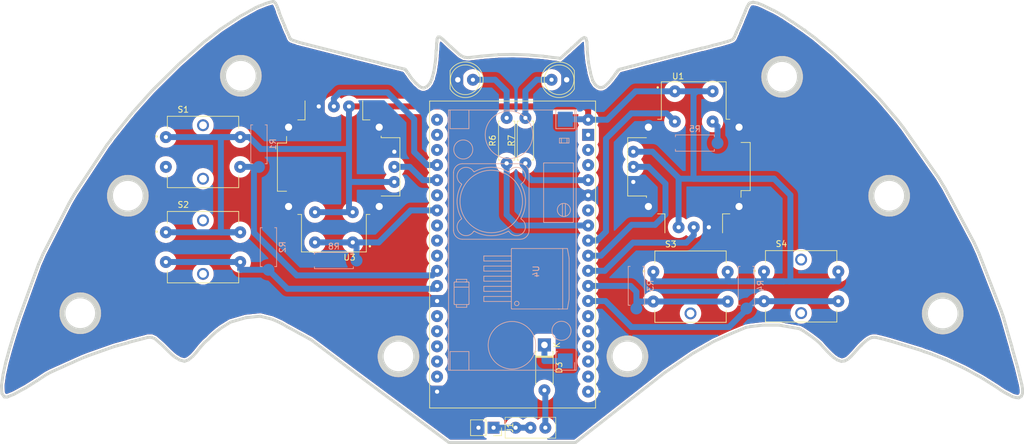
<source format=kicad_pcb>
(kicad_pcb (version 20240108) (generator "pcbnew") (generator_version "8.0")
  (layers (0 "F.Cu" signal) (31 "B.Cu" signal) (34 "B.Paste" user) (35 "F.Paste" user) (36 "B.SilkS" user "B.Silkscreen") (37 "F.SilkS" user "F.Silkscreen") (38 "B.Mask" user) (39 "F.Mask" user) (44 "Edge.Cuts" user))
  (net 0 "")
  (net 1 "1")
  (net 2 "GND")
  (net 3 "2")
  (net 6 "Net-(D3-K)")
  (net 15 "Net-(D3-A)")
  (net 28 "But_2")
  (net 29 "Y1")
  (net 30 "Net-(J1-Pin_1)")
  (net 31 "X1")
  (net 32 "Y2")
  (net 33 "X2")
  (net 34 "3")
  (net 35 "4")
  (net 36 "But_1")
  (net 37 "+5V")
  (net 38 "Net-(D1-A)")
  (net 39 "Net-(D2-A)")
  (net 40 "Led_1")
  (net 41 "Led_2")
  (footprint "Button B3F-4055:SW_B3F-4055" (layer "F.Cu") (at 189.71 71.39)
    (property "Reference" "S4")
    (property "Value" "~" (hide yes))
  )
  (footprint "Joystick:XDCR_COM-09032" (layer "F.Cu") (at 111.15 51.3 180)
    (property "Reference" "U3")
    (property "Value" "Right" (hide yes))
  )
  (footprint "Button B3F-4055:SW_B3F-4055" (layer "F.Cu") (at 171.11 71.44)
    (property "Reference" "S3")
    (property "Value" "~")
  )
  (footprint "Connector_PinSocket_2.54mm:PinSocket_1x02_P2.54mm_Vertical" (layer "F.Cu") (at 138 95.16 -90)
    (property "Reference" "J1")
    (property "Value" "~" (hide yes))
  )
  (footprint "Button B3F-4055:SW_B3F-4055" (layer "F.Cu") (at 89.15 64.8)
    (property "Reference" "S2")
    (property "Value" "~" (hide yes))
  )
  (footprint "Joystick:XDCR_COM-09032" (layer "F.Cu") (at 171.65 51.3)
    (property "Reference" "U1")
    (property "Value" "Left" (hide yes))
  )
  (footprint "ESP32-DEVKITC-32D:MODULE_ESP32-DEVKITC-32D" (layer "F.Cu") (at 141.2 69.34 180)
    (property "Reference" "U2" (hide yes))
    (property "Value" "ESP32-DEVKITC-32D")
  )
  (footprint "SW ss12d00:SS12D00" (layer "F.Cu") (at 144.2 95.16)
    (property "Reference" "S5" (hide yes))
    (property "Value" "EG1218" (hide yes))
  )
  (footprint "LED_THT:LED_D5.0mm" (layer "F.Cu") (at 150.285 36.66 180)
    (property "Reference" "D2" (hide yes))
    (property "Value" "LED")
  )
  (footprint "Resistor_THT:R_Axial_DIN0207_L6.3mm_D2.5mm_P7.62mm_Horizontal" (layer "F.Cu") (at 140.2 50.7 90)
    (property "Reference" "R6")
    (property "Value" "330")
  )
  (footprint "LED_THT:LED_D5.0mm" (layer "F.Cu") (at 131.985 36.66)
    (property "Reference" "D1" (hide yes))
    (property "Value" "LED")
  )
  (footprint "Button B3F-4055:SW_B3F-4055" (layer "F.Cu") (at 89.15 48.8)
    (property "Reference" "S1")
    (property "Value" "~" (hide yes))
  )
  (footprint "Diode_THT:D_DO-41_SOD81_P7.62mm_Horizontal" (layer "F.Cu") (at 146.55 81.24 -90)
    (property "Reference" "D3")
    (property "Value" "1N4007")
  )
  (footprint "Resistor_THT:R_Axial_DIN0207_L6.3mm_D2.5mm_P7.62mm_Horizontal" (layer "F.Cu") (at 143.35 50.7 90)
    (property "Reference" "R7")
    (property "Value" "330")
  )
  (footprint "Resistor_THT:R_Axial_DIN0207_L6.3mm_D2.5mm_P7.62mm_Horizontal" (layer "B.Cu") (at 175.65 47.3 180)
    (property "Reference" "R5")
    (property "Value" "10k")
  )
  (footprint "Resistor_THT:R_Axial_DIN0207_L6.3mm_D2.5mm_P7.62mm_Horizontal" (layer "B.Cu") (at 98.55 51.32 90)
    (property "Reference" "R1")
    (property "Value" "10k")
  )
  (footprint "Resistor_THT:R_Axial_DIN0207_L6.3mm_D2.5mm_P7.62mm_Horizontal" (layer "B.Cu") (at 114.96 67.05 180)
    (property "Reference" "R8")
    (property "Value" "10k")
  )
  (footprint "Resistor_THT:R_Axial_DIN0207_L6.3mm_D2.5mm_P7.62mm_Horizontal" (layer "B.Cu") (at 100.15 68.61 90)
    (property "Reference" "R2")
    (property "Value" "10k")
  )
  (footprint "Resistor_THT:R_Axial_DIN0207_L6.3mm_D2.5mm_P7.62mm_Horizontal" (layer "B.Cu") (at 180.51 75.11 90)
    (property "Reference" "R4")
    (property "Value" "10k")
  )
  (footprint "Footprints:YAAJ_DCDC_StepDown_LM2596" (layer "B.Cu") (at 150.05 83.94 90)
    (property "Reference" "U4")
    (property "Value" "LM2596")
  )
  (footprint "Resistor_THT:R_Axial_DIN0207_L6.3mm_D2.5mm_P7.62mm_Horizontal" (layer "B.Cu") (at 162.01 75.11 90)
    (property "Reference" "R3")
    (property "Value" "10k")
  )
  (gr_line (start 89.685193 30.026267) (end 89.430858 30.195815) (stroke (width 0.5)) (layer "Edge.Cuts"))
  (gr_line (start 155.13235 37.528955) (end 155.089969 37.486566) (stroke (width 0.5)) (layer "Edge.Cuts"))
  (gr_line (start 223.377134 88.903278) (end 223.504293 88.988056) (stroke (width 0.5)) (layer "Edge.Cuts"))
  (gr_line (start 115.01 86.16) (end 130.51 97.66) (stroke (width 0.5)) (layer "Edge.Cuts"))
  (gr_line (start 146.56996 32.7391) (end 146.358023 32.696711) (stroke (width 0.5)) (layer "Edge.Cuts"))
  (gr_line (start 179.632643 26.847162) (end 179.590262 26.93194) (stroke (width 0.5)) (layer "Edge.Cuts"))
  (gr_line (start 180.310867 25.19403) (end 179.67504 26.677606) (stroke (width 0.5)) (layer "Edge.Cuts"))
  (gr_line (start 181.073837 23.752836) (end 180.989075 23.837606) (stroke (width 0.5)) (layer "Edge.Cuts"))
  (gr_line (start 177.51324 30.153434) (end 177.428478 30.195815) (stroke (width 0.5)) (layer "Edge.Cuts"))
  (gr_line (start 153.648774 30.153434) (end 153.521599 29.687163) (stroke (width 0.5)) (layer "Edge.Cuts"))
  (gr_line (start 126.393251 37.995218) (end 126.350862 37.995218) (stroke (width 0.5)) (layer "Edge.Cuts"))
  (gr_line (start 127.02907 37.571344) (end 126.732355 37.82567) (stroke (width 0.5)) (layer "Edge.Cuts"))
  (gr_line (start 204.005776 80.383277) (end 204.090554 80.425666) (stroke (width 0.5)) (layer "Edge.Cuts"))
  (gr_line (start 130.801613 31.085968) (end 130.674438 31.00119) (stroke (width 0.5)) (layer "Edge.Cuts"))
  (gr_line (start 153.521599 29.687163) (end 153.224884 29.559995) (stroke (width 0.5)) (layer "Edge.Cuts"))
  (gr_line (start 123.129368 34.900892) (end 123.08698 34.900892) (stroke (width 0.5)) (layer "Edge.Cuts"))
  (gr_line (start 127.961605 35.282385) (end 127.919216 35.367163) (stroke (width 0.5)) (layer "Edge.Cuts"))
  (gr_line (start 119.356834 33.968358) (end 119.01773 33.883579) (stroke (width 0.5)) (layer "Edge.Cuts"))
  (gr_line (start 223.801008 76.865068) (end 223.673849 76.441186) (stroke (width 0.5)) (layer "Edge.Cuts"))
  (gr_line (start 63.489371 85.851341) (end 68.872657 83.435222) (stroke (width 0.5)) (layer "Edge.Cuts"))
  (gr_line (start 62.260113 65.92895) (end 61.87862 66.819103) (stroke (width 0.5)) (layer "Edge.Cuts"))
  (gr_line (start 155.768177 37.952829) (end 155.513843 37.82567) (stroke (width 0.5)) (layer "Edge.Cuts"))
  (gr_line (start 163.737121 33.714023) (end 161.3634 34.349851) (stroke (width 0.5)) (layer "Edge.Cuts"))
  (gr_line (start 123.553251 35.494322) (end 123.383695 35.197607) (stroke (width 0.5)) (layer "Edge.Cuts"))
  (gr_line (start 119.01773 33.883579) (end 118.593847 33.756412) (stroke (width 0.5)) (layer "Edge.Cuts"))
  (gr_line (start 158.947282 35.028059) (end 158.947282 35.070448) (stroke (width 0.5)) (layer "Edge.Cuts"))
  (gr_line (start 201.901548 79.946893) (end 202.225486 79.959403) (stroke (width 0.5)) (layer "Edge.Cuts"))
  (gr_line (start 101.341909 23.795225) (end 101.087575 23.540891) (stroke (width 0.5)) (layer "Edge.Cuts"))
  (gr_line (start 152.165182 30.365371) (end 152.165182 30.40776) (stroke (width 0.5)) (layer "Edge.Cuts"))
  (gr_line (start 141.186675 32.399996) (end 140.974737 32.399996) (stroke (width 0.5)) (layer "Edge.Cuts"))
  (gr_line (start 74.171164 81.527757) (end 74.595038 81.40059) (stroke (width 0.5)) (layer "Edge.Cuts"))
  (gr_line (start 55.266085 88.097902) (end 55.350863 89.411938) (stroke (width 0.5)) (layer "Edge.Cuts"))
  (gr_line (start 55.85952 89.962979) (end 56.198624 90.005368) (stroke (width 0.5)) (layer "Edge.Cuts"))
  (gr_line (start 127.919216 35.451941) (end 127.66489 36.342086) (stroke (width 0.5)) (layer "Edge.Cuts"))
  (gr_line (start 152.207579 30.365371) (end 152.165182 30.365371) (stroke (width 0.5)) (layer "Edge.Cuts"))
  (gr_line (start 83.954909 82.899979) (end 84.209235 83.111916) (stroke (width 0.5)) (layer "Edge.Cuts"))
  (gr_line (start 89.049365 30.534919) (end 85.446387 33.714023) (stroke (width 0.5)) (layer "Edge.Cuts"))
  (gr_line (start 156.700703 37.740892) (end 156.403988 37.910448) (stroke (width 0.5)) (layer "Edge.Cuts"))
  (gr_line (start 157.251753 37.232232) (end 156.785481 37.656114) (stroke (width 0.5)) (layer "Edge.Cuts"))
  (gr_line (start 74.595038 81.40059) (end 74.764594 81.358208) (stroke (width 0.5)) (layer "Edge.Cuts"))
  (gr_line (start 148.774141 32.993426) (end 147.883996 32.908656) (stroke (width 0.5)) (layer "Edge.Cuts"))
  (gr_line (start 203.158028 80.17134) (end 204.005776 80.383277) (stroke (width 0.5)) (layer "Edge.Cuts"))
  (gr_line (start 98.501909 24.303877) (end 98.035637 24.515814) (stroke (width 0.5)) (layer "Edge.Cuts"))
  (gr_line (start 152.504294 30.068656) (end 152.419517 30.153434) (stroke (width 0.5)) (layer "Edge.Cuts"))
  (gr_line (start 124.485785 36.72358) (end 124.443396 36.681191) (stroke (width 0.5)) (layer "Edge.Cuts"))
  (gr_line (start 89.430858 30.195815) (end 89.049365 30.534919) (stroke (width 0.5)) (layer "Edge.Cuts"))
  (gr_line (start 80.571754 38.503879) (end 77.350268 42.106865) (stroke (width 0.5)) (layer "Edge.Cuts"))
  (gr_line (start 105.87743 30.534919) (end 105.156832 30.322982) (stroke (width 0.5)) (layer "Edge.Cuts"))
  (gr_line (start 176.707872 30.40776) (end 175.944886 30.619697) (stroke (width 0.5)) (layer "Edge.Cuts"))
  (gr_line (start 104.012353 29.941489) (end 103.842805 29.814321) (stroke (width 0.5)) (layer "Edge.Cuts"))
  (gr_line (start 226.810557 87.928354) (end 226.089967 84.961187) (stroke (width 0.5)) (layer "Edge.Cuts"))
  (gr_line (start 178.403401 29.644773) (end 178.276226 29.814321) (stroke (width 0.5)) (layer "Edge.Cuts"))
  (gr_line (start 102.910262 27.737308) (end 102.910262 27.652538) (stroke (width 0.5)) (layer "Edge.Cuts"))
  (gr_line (start 153.224884 29.559995) (end 152.843391 29.771941) (stroke (width 0.5)) (layer "Edge.Cuts"))
  (gr_line (start 87.430728 83.154305) (end 88.066547 82.433708) (stroke (width 0.5)) (layer "Edge.Cuts"))
  (gr_line (start 125.079215 37.359399) (end 125.036834 37.31701) (stroke (width 0.5)) (layer "Edge.Cuts"))
  (gr_line (start 56.580117 81.994028) (end 55.986683 84.15582) (stroke (width 0.5)) (layer "Edge.Cuts"))
  (gr_line (start 57.173547 80.001784) (end 56.580117 81.994028) (stroke (width 0.5)) (layer "Edge.Cuts"))
  (gr_line (start 224.987869 81.019104) (end 223.801008 76.865068) (stroke (width 0.5)) (layer "Edge.Cuts"))
  (gr_line (start 200.589838 80.565473) (end 200.961836 80.297492) (stroke (width 0.5)) (layer "Edge.Cuts"))
  (gr_line (start 103.715638 29.602385) (end 103.715638 29.559995) (stroke (width 0.5)) (layer "Edge.Cuts"))
  (gr_line (start 76.332948 80.934326) (end 76.502504 80.891937) (stroke (width 0.5)) (layer "Edge.Cuts"))
  (gr_line (start 214.009361 83.731938) (end 217.146084 85.173132) (stroke (width 0.5)) (layer "Edge.Cuts"))
  (gr_line (start 200.961836 80.297492) (end 201.471047 80.026466) (stroke (width 0.5)) (layer "Edge.Cuts"))
  (gr_line (start 81.076489 80.20978) (end 81.962673 80.992513) (stroke (width 0.5)) (layer "Edge.Cuts"))
  (gr_line (start 150.596829 31.848955) (end 150.512051 31.891343) (stroke (width 0.5)) (layer "Edge.Cuts"))
  (gr_line (start 125.969369 37.995218) (end 125.587876 37.82567) (stroke (width 0.5)) (layer "Edge.Cuts"))
  (gr_line (start 179.208768 27.822086) (end 179.166387 27.906864) (stroke (width 0.5)) (layer "Edge.Cuts"))
  (gr_line (start 179.67504 26.677606) (end 179.632643 26.847162) (stroke (width 0.5)) (layer "Edge.Cuts"))
  (gr_line (start 151.147878 31.297905) (end 151.105481 31.340294) (stroke (width 0.5)) (layer "Edge.Cuts"))
  (gr_line (start 143.687571 32.484774) (end 141.441009 32.399996) (stroke (width 0.5)) (layer "Edge.Cuts"))
  (gr_line (start 171.197428 31.806565) (end 171.070269 31.848955) (stroke (width 0.5)) (layer "Edge.Cuts"))
  (gr_line (start 103.334145 28.712239) (end 103.291756 28.627461) (stroke (width 0.5)) (layer "Edge.Cuts"))
  (gr_line (start 66.626086 57.408949) (end 62.260113 65.92895) (stroke (width 0.5)) (layer "Edge.Cuts"))
  (gr_line (start 136.10012 32.696711) (end 135.888167 32.696711) (stroke (width 0.5)) (layer "Edge.Cuts"))
  (gr_line (start 199.674306 81.416395) (end 199.843862 81.289228) (stroke (width 0.5)) (layer "Edge.Cuts"))
  (gr_line (start 132.412347 32.527163) (end 132.369967 32.484774) (stroke (width 0.5)) (layer "Edge.Cuts"))
  (gr_line (start 101.596235 24.303877) (end 101.341909 23.795225) (stroke (width 0.5)) (layer "Edge.Cuts"))
  (gr_line (start 156.403988 37.910448) (end 156.361607 37.910448) (stroke (width 0.5)) (layer "Edge.Cuts"))
  (gr_line (start 102.359221 26.380891) (end 101.977728 25.405968) (stroke (width 0.5)) (layer "Edge.Cuts"))
  (gr_line (start 178.276226 29.814321) (end 178.233845 29.856711) (stroke (width 0.5)) (layer "Edge.Cuts"))
  (gr_line (start 153.691155 30.322982) (end 153.648774 30.153434) (stroke (width 0.5)) (layer "Edge.Cuts"))
  (gr_line (start 186.329964 25.702683) (end 185.143103 25.024474) (stroke (width 0.5)) (layer "Edge.Cuts"))
  (gr_line (start 127.368174 37.105073) (end 127.368174 37.147462) (stroke (width 0.5)) (layer "Edge.Cuts"))
  (gr_line (start 183.786686 24.388655) (end 183.278018 24.134329) (stroke (width 0.5)) (layer "Edge.Cuts"))
  (gr_line (start 153.903092 33.417308) (end 153.733552 31.637009) (stroke (width 0.5)) (layer "Edge.Cuts"))
  (gr_line (start 219.180709 64.911637) (end 218.756835 63.979103) (stroke (width 0.5)) (layer "Edge.Cuts"))
  (gr_line (start 140.974737 32.399996) (end 138.770556 32.442385) (stroke (width 0.5)) (layer "Edge.Cuts"))
  (gr_line (start 175.77533 30.662086) (end 174.842804 30.874023) (stroke (width 0.5)) (layer "Edge.Cuts"))
  (gr_line (start 159.371156 34.858503) (end 159.2016 34.900892) (stroke (width 0.5)) (layer "Edge.Cuts"))
  (gr_line (start 98.035637 24.515814) (end 97.950859 24.558203) (stroke (width 0.5)) (layer "Edge.Cuts"))
  (gr_line (start 150.172955 32.188059) (end 150.130557 32.230448) (stroke (width 0.5)) (layer "Edge.Cuts"))
  (gr_line (start 172.85056 31.382683) (end 171.197428 31.806565) (stroke (width 0.5)) (layer "Edge.Cuts"))
  (gr_line (start 198.657002 82.560875) (end 199.208035 81.925047) (stroke (width 0.5)) (layer "Edge.Cuts"))
  (gr_line (start 158.608169 35.494322) (end 158.608169 35.536711) (stroke (width 0.5)) (layer "Edge.Cuts"))
  (gr_line (start 150.46967 31.933724) (end 150.172955 32.188059) (stroke (width 0.5)) (layer "Edge.Cuts"))
  (gr_line (start 226.301904 90.132536) (end 226.725778 89.878201) (stroke (width 0.5)) (layer "Edge.Cuts"))
  (gr_line (start 158.396232 35.833426) (end 158.353851 35.875815) (stroke (width 0.5)) (layer "Edge.Cuts"))
  (gr_line (start 226.725778 89.878201) (end 226.937732 89.369549) (stroke (width 0.5)) (layer "Edge.Cuts"))
  (gr_line (start 219.604583 65.844171) (end 219.180709 64.911637) (stroke (width 0.5)) (layer "Edge.Cuts"))
  (gr_line (start 192.264298 29.814321) (end 191.967583 29.559995) (stroke (width 0.5)) (layer "Edge.Cuts"))
  (gr_line (start 143.941905 32.484774) (end 143.687571 32.484774) (stroke (width 0.5)) (layer "Edge.Cuts"))
  (gr_line (start 125.036834 37.31701) (end 124.952056 37.274621) (stroke (width 0.5)) (layer "Edge.Cuts"))
  (gr_line (start 99.392054 23.964773) (end 98.629067 24.261488) (stroke (width 0.5)) (layer "Edge.Cuts"))
  (gr_line (start 159.03206 34.98567) (end 158.947282 35.028059) (stroke (width 0.5)) (layer "Edge.Cuts"))
  (gr_line (start 158.565788 35.536711) (end 158.396232 35.791045) (stroke (width 0.5)) (layer "Edge.Cuts"))
  (gr_line (start 123.849966 35.875815) (end 123.59564 35.536711) (stroke (width 0.5)) (layer "Edge.Cuts"))
  (gr_line (start 100.239818 23.668058) (end 99.56161 23.879995) (stroke (width 0.5)) (layer "Edge.Cuts"))
  (gr_line (start 122.959812 34.858503) (end 122.620708 34.773725) (stroke (width 0.5)) (layer "Edge.Cuts"))
  (gr_line (start 128.131161 34.095516) (end 128.131161 34.180294) (stroke (width 0.5)) (layer "Edge.Cuts"))
  (gr_line (start 158.396232 35.791045) (end 158.396232 35.833426) (stroke (width 0.5)) (layer "Edge.Cuts"))
  (gr_line (start 197.5973 83.620576) (end 198.105952 83.154305) (stroke (width 0.5)) (layer "Edge.Cuts"))
  (gr_line (start 94.9837 26.253732) (end 92.525193 27.864475) (stroke (width 0.5)) (layer "Edge.Cuts"))
  (gr_line (start 101.935339 25.32119) (end 101.935339 25.19403) (stroke (width 0.5)) (layer "Edge.Cuts"))
  (gr_line (start 55.520415 86.275223) (end 55.266085 88.097902) (stroke (width 0.5)) (layer "Edge.Cuts"))
  (gr_circle (center 76.51 56.16) (end 79.51 56.16) (stroke (width 1)) (fill none) (layer "Edge.Cuts"))
  (gr_line (start 107.318625 80.383277) (end 115.01 86.16) (stroke (width 0.5)) (layer "Edge.Cuts"))
  (gr_line (start 210.406382 82.375521) (end 211.338925 82.672236) (stroke (width 0.5)) (layer "Edge.Cuts"))
  (gr_line (start 103.280782 78.179104) (end 103.495795 78.276511) (stroke (width 0.5)) (layer "Edge.Cuts"))
  (gr_line (start 154.284585 35.536711) (end 154.284585 35.409552) (stroke (width 0.5)) (layer "Edge.Cuts"))
  (gr_line (start 128.343098 31.721788) (end 128.343098 31.806565) (stroke (width 0.5)) (layer "Edge.Cuts"))
  (gr_line (start 178.021908 29.983878) (end 177.555637 30.153434) (stroke (width 0.5)) (layer "Edge.Cuts"))
  (gr_line (start 175.01 80.66) (end 177.76 79.41) (stroke (width 0.5)) (layer "Edge.Cuts"))
  (gr_line (start 201.471047 80.026466) (end 201.901548 79.946893) (stroke (width 0.5)) (layer "Edge.Cuts"))
  (gr_line (start 132.963397 32.823878) (end 132.412347 32.527163) (stroke (width 0.5)) (layer "Edge.Cuts"))
  (gr_line (start 59.377728 88.437015) (end 61.454746 87.122979) (stroke (width 0.5)) (layer "Edge.Cuts"))
  (gr_line (start 125.587876 37.82567) (end 125.587876 37.783281) (stroke (width 0.5)) (layer "Edge.Cuts"))
  (gr_line (start 177.428478 30.195815) (end 176.835031 30.365371) (stroke (width 0.5)) (layer "Edge.Cuts"))
  (gr_line (start 96.34366 76.66) (end 98.76 76.41) (stroke (width 0.5)) (layer "Edge.Cuts"))
  (gr_line (start 155.810558 37.952829) (end 155.768177 37.952829) (stroke (width 0.5)) (layer "Edge.Cuts"))
  (gr_line (start 101.977728 25.405968) (end 101.935339 25.32119) (stroke (width 0.5)) (layer "Edge.Cuts"))
  (gr_circle (center 122.01 83.16) (end 125.01 83.16) (stroke (width 1)) (fill none) (layer "Edge.Cuts"))
  (gr_line (start 155.089969 37.486566) (end 154.708476 36.893128) (stroke (width 0.5)) (layer "Edge.Cuts"))
  (gr_line (start 78.621907 80.298507) (end 78.791455 80.256118) (stroke (width 0.5)) (layer "Edge.Cuts"))
  (gr_line (start 202.225486 79.959403) (end 202.988472 80.128951) (stroke (width 0.5)) (layer "Edge.Cuts"))
  (gr_line (start 126.308473 38.037607) (end 126.054147 38.037607) (stroke (width 0.5)) (layer "Edge.Cuts"))
  (gr_line (start 118.593847 33.756412) (end 114.355042 32.696711) (stroke (width 0.5)) (layer "Edge.Cuts"))
  (gr_line (start 138.346682 32.484774) (end 136.26966 32.654322) (stroke (width 0.5)) (layer "Edge.Cuts"))
  (gr_line (start 155.471462 37.783281) (end 155.174747 37.571344) (stroke (width 0.5)) (layer "Edge.Cuts"))
  (gr_line (start 128.978925 29.475217) (end 128.68221 29.475217) (stroke (width 0.5)) (layer "Edge.Cuts"))
  (gr_line (start 114.355042 32.696711) (end 113.931159 32.569552) (stroke (width 0.5)) (layer "Edge.Cuts"))
  (gr_line (start 178.784894 28.839398) (end 178.742497 28.881787) (stroke (width 0.5)) (layer "Edge.Cuts"))
  (gr_line (start 104.478624 30.111045) (end 104.436235 30.111045) (stroke (width 0.5)) (layer "Edge.Cuts"))
  (gr_line (start 105.029665 30.280593) (end 104.521013 30.111045) (stroke (width 0.5)) (layer "Edge.Cuts"))
  (gr_line (start 78.791455 80.256118) (end 79.130559 80.17134) (stroke (width 0.5)) (layer "Edge.Cuts"))
  (gr_line (start 194.714911 82.942368) (end 194.969229 83.154305) (stroke (width 0.5)) (layer "Edge.Cuts"))
  (gr_line (start 177.555637 30.153434) (end 177.51324 30.153434) (stroke (width 0.5)) (layer "Edge.Cuts"))
  (gr_line (start 104.054742 29.941489) (end 104.012353 29.941489) (stroke (width 0.5)) (layer "Edge.Cuts"))
  (gr_line (start 194.079084 82.306541) (end 194.714911 82.942368) (stroke (width 0.5)) (layer "Edge.Cuts"))
  (gr_line (start 178.784894 28.75462) (end 178.784894 28.839398) (stroke (width 0.5)) (layer "Edge.Cuts"))
  (gr_line (start 127.66489 36.342086) (end 127.66489 36.469254) (stroke (width 0.5)) (layer "Edge.Cuts"))
  (gr_circle (center 213.51 75.953725) (end 216.51 75.953725) (stroke (width 1)) (fill none) (layer "Edge.Cuts"))
  (gr_line (start 82.725651 81.71311) (end 83.31909 82.306541) (stroke (width 0.5)) (layer "Edge.Cuts"))
  (gr_line (start 191.41362 79.795847) (end 192.402497 80.555598) (stroke (width 0.5)) (layer "Edge.Cuts"))
  (gr_line (start 101.935339 25.19403) (end 101.808172 24.854926) (stroke (width 0.5)) (layer "Edge.Cuts"))
  (gr_line (start 189.435391 78.514248) (end 189.91806 78.770863) (stroke (width 0.5)) (layer "Edge.Cuts"))
  (gr_line (start 179.166387 27.906864) (end 179.12399 27.991642) (stroke (width 0.5)) (layer "Edge.Cuts"))
  (gr_line (start 102.26 77.579745) (end 103.280782 78.179104) (stroke (width 0.5)) (layer "Edge.Cuts"))
  (gr_line (start 178.403401 29.602385) (end 178.403401 29.644773) (stroke (width 0.5)) (layer "Edge.Cuts"))
  (gr_line (start 192.402497 80.555598) (end 192.934604 81.034902) (stroke (width 0.5)) (layer "Edge.Cuts"))
  (gr_line (start 88.066547 82.433708) (end 88.702367 81.628332) (stroke (width 0.5)) (layer "Edge.Cuts"))
  (gr_line (start 128.300717 32.569552) (end 128.300717 32.611941) (stroke (width 0.5)) (layer "Edge.Cuts"))
  (gr_line (start 81.962673 80.992513) (end 82.301777 81.289228) (stroke (width 0.5)) (layer "Edge.Cuts"))
  (gr_line (start 133.090556 32.866267) (end 133.048175 32.866267) (stroke (width 0.5)) (layer "Edge.Cuts"))
  (gr_line (start 206.930563 44.73492) (end 206.294735 43.929553) (stroke (width 0.5)) (layer "Edge.Cuts"))
  (gr_line (start 161.151462 34.39224) (end 160.981906 34.434621) (stroke (width 0.5)) (layer "Edge.Cuts"))
  (gr_line (start 102.910262 27.652538) (end 102.867873 27.56776) (stroke (width 0.5)) (layer "Edge.Cuts"))
  (gr_line (start 184.93115 24.939696) (end 184.041004 24.515814) (stroke (width 0.5)) (layer "Edge.Cuts"))
  (gr_line (start 151.826086 30.704475) (end 151.783689 30.746864) (stroke (width 0.5)) (layer "Edge.Cuts"))
  (gr_line (start 224.563995 89.581486) (end 225.199806 89.92059) (stroke (width 0.5)) (layer "Edge.Cuts"))
  (gr_line (start 128.173542 33.968358) (end 128.131161 34.095516) (stroke (width 0.5)) (layer "Edge.Cuts"))
  (gr_line (start 199.72459 36.596412) (end 199.385493 36.257308) (stroke (width 0.5)) (layer "Edge.Cuts"))
  (gr_line (start 104.436235 30.111045) (end 104.054742 29.941489) (stroke (width 0.5)) (layer "Edge.Cuts"))
  (gr_line (start 105.072055 30.322982) (end 105.029665 30.280593) (stroke (width 0.5)) (layer "Edge.Cuts"))
  (gr_line (start 113.931159 32.569552) (end 113.252951 32.399996) (stroke (width 0.5)) (layer "Edge.Cuts"))
  (gr_line (start 141.441009 32.399996) (end 141.186675 32.399996) (stroke (width 0.5)) (layer "Edge.Cuts"))
  (gr_line (start 156.31921 37.952829) (end 156.107273 37.995218) (stroke (width 0.5)) (layer "Edge.Cuts"))
  (gr_line (start 154.284585 35.409552) (end 154.242204 35.239996) (stroke (width 0.5)) (layer "Edge.Cuts"))
  (gr_line (start 225.242203 81.994028) (end 225.115044 81.442978) (stroke (width 0.5)) (layer "Edge.Cuts"))
  (gr_line (start 127.071459 37.528955) (end 127.071459 37.571344) (stroke (width 0.5)) (layer "Edge.Cuts"))
  (gr_line (start 158.608169 35.536711) (end 158.565788 35.536711) (stroke (width 0.5)) (layer "Edge.Cuts"))
  (gr_line (start 57.978922 77.458507) (end 57.894144 77.712833) (stroke (width 0.5)) (layer "Edge.Cuts"))
  (gr_line (start 195.528165 32.569552) (end 195.23145 32.315218) (stroke (width 0.5)) (layer "Edge.Cuts"))
  (gr_line (start 184.041004 24.515814) (end 183.956226 24.473433) (stroke (width 0.5)) (layer "Edge.Cuts"))
  (gr_line (start 194.969229 83.154305) (end 195.138785 83.323861) (stroke (width 0.5)) (layer "Edge.Cuts"))
  (gr_line (start 128.427876 30.492538) (end 128.385495 31.637009) (stroke (width 0.5)) (layer "Edge.Cuts"))
  (gr_line (start 62.938322 86.148056) (end 63.489371 85.851341) (stroke (width 0.5)) (layer "Edge.Cuts"))
  (gr_line (start 68.872657 83.435222) (end 69.423698 83.223277) (stroke (width 0.5)) (layer "Edge.Cuts"))
  (gr_line (start 123.171757 34.943281) (end 123.129368 34.900892) (stroke (width 0.5)) (layer "Edge.Cuts"))
  (gr_line (start 98.76 76.41) (end 100.76 76.91) (stroke (width 0.5)) (layer "Edge.Cuts"))
  (gr_line (start 77.350268 42.106865) (end 77.053545 42.488358) (stroke (width 0.5)) (layer "Edge.Cuts"))
  (gr_line (start 100.76 76.91) (end 102.26 77.579745) (stroke (width 0.5)) (layer "Edge.Cuts"))
  (gr_line (start 223.504293 88.988056) (end 223.928167 89.242382) (stroke (width 0.5)) (layer "Edge.Cuts"))
  (gr_line (start 152.843391 29.771941) (end 152.504294 30.068656) (stroke (width 0.5)) (layer "Edge.Cuts"))
  (gr_line (start 67.60101 55.755817) (end 67.092358 56.603581) (stroke (width 0.5)) (layer "Edge.Cuts"))
  (gr_line (start 79.912979 79.957956) (end 80.501901 79.955647) (stroke (width 0.5)) (layer "Edge.Cuts"))
  (gr_line (start 97.950859 24.558203) (end 97.738922 24.68537) (stroke (width 0.5)) (layer "Edge.Cuts"))
  (gr_line (start 88.702367 81.628332) (end 89.422964 80.822965) (stroke (width 0.5)) (layer "Edge.Cuts"))
  (gr_line (start 99.56161 23.879995) (end 99.476832 23.922384) (stroke (width 0.5)) (layer "Edge.Cuts"))
  (gr_line (start 155.513843 37.82567) (end 155.471462 37.783281) (stroke (width 0.5)) (layer "Edge.Cuts"))
  (gr_line (start 69.84758 83.053729) (end 74.171164 81.527757) (stroke (width 0.5)) (layer "Edge.Cuts"))
  (gr_line (start 89.422964 80.822965) (end 90.058791 80.271916) (stroke (width 0.5)) (layer "Edge.Cuts"))
  (gr_line (start 195.23145 32.315218) (end 192.264298 29.814321) (stroke (width 0.5)) (layer "Edge.Cuts"))
  (gr_line (start 204.090554 80.425666) (end 204.599223 80.552833) (stroke (width 0.5)) (layer "Edge.Cuts"))
  (gr_line (start 153.945489 33.756412) (end 153.945489 33.586864) (stroke (width 0.5)) (layer "Edge.Cuts"))
  (gr_line (start 149.791461 32.527163) (end 149.706683 32.611941) (stroke (width 0.5)) (layer "Edge.Cuts"))
  (gr_line (start 196.452821 84.002069) (end 197.046251 83.917291) (stroke (width 0.5)) (layer "Edge.Cuts"))
  (gr_line (start 98.629067 24.261488) (end 98.544298 24.303877) (stroke (width 0.5)) (layer "Edge.Cuts"))
  (gr_line (start 179.590262 26.93194) (end 179.208768 27.822086) (stroke (width 0.5)) (layer "Edge.Cuts"))
  (gr_line (start 180.989075 23.837606) (end 180.904297 23.922384) (stroke (width 0.5)) (layer "Edge.Cuts"))
  (gr_circle (center 160.51 83.16) (end 163.51 83.16) (stroke (width 1)) (fill none) (layer "Edge.Cuts"))
  (gr_line (start 58.275638 76.568353) (end 57.978922 77.458507) (stroke (width 0.5)) (layer "Edge.Cuts"))
  (gr_line (start 105.919819 30.534919) (end 105.87743 30.534919) (stroke (width 0.5)) (layer "Edge.Cuts"))
  (gr_line (start 122.620708 34.773725) (end 119.356834 33.968358) (stroke (width 0.5)) (layer "Edge.Cuts"))
  (gr_line (start 73.577725 46.854323) (end 72.984295 47.61731) (stroke (width 0.5)) (layer "Edge.Cuts"))
  (gr_line (start 67.092358 56.603581) (end 66.626086 57.408949) (stroke (width 0.5)) (layer "Edge.Cuts"))
  (gr_line (start 202.861313 39.860295) (end 199.72459 36.596412) (stroke (width 0.5)) (layer "Edge.Cuts"))
  (gr_line (start 102.443991 26.592836) (end 102.40161 26.465669) (stroke (width 0.5)) (layer "Edge.Cuts"))
  (gr_line (start 72.984295 47.61731) (end 67.60101 55.755817) (stroke (width 0.5)) (layer "Edge.Cuts"))
  (gr_line (start 126.732355 37.868059) (end 126.689966 37.868059) (stroke (width 0.5)) (layer "Edge.Cuts"))
  (gr_line (start 156.7431 37.698503) (end 156.700703 37.740892) (stroke (width 0.5)) (layer "Edge.Cuts"))
  (gr_line (start 126.689966 37.868059) (end 126.393251 37.995218) (stroke (width 0.5)) (layer "Edge.Cuts"))
  (gr_line (start 220.155633 86.826264) (end 222.571751 88.352237) (stroke (width 0.5)) (layer "Edge.Cuts"))
  (gr_line (start 83.31909 82.306541) (end 83.954909 82.899979) (stroke (width 0.5)) (layer "Edge.Cuts"))
  (gr_line (start 191.840408 29.475217) (end 190.399213 28.415516) (stroke (width 0.5)) (layer "Edge.Cuts"))
  (gr_line (start 188.491747 27.101488) (end 188.322208 26.974329) (stroke (width 0.5)) (layer "Edge.Cuts"))
  (gr_line (start 149.452349 32.866267) (end 149.198031 33.078204) (stroke (width 0.5)) (layer "Edge.Cuts"))
  (gr_line (start 166.76 85.91) (end 171.51 82.66) (stroke (width 0.5)) (layer "Edge.Cuts"))
  (gr_line (start 103.291756 28.627461) (end 102.910262 27.737308) (stroke (width 0.5)) (layer "Edge.Cuts"))
  (gr_line (start 176.79265 30.365371) (end 176.707872 30.40776) (stroke (width 0.5)) (layer "Edge.Cuts"))
  (gr_line (start 180.607582 24.431044) (end 180.395629 24.939696) (stroke (width 0.5)) (layer "Edge.Cuts"))
  (gr_line (start 158.353851 35.875815) (end 157.88758 36.469254) (stroke (width 0.5)) (layer "Edge.Cuts"))
  (gr_line (start 79.130559 80.17134) (end 79.912979 79.957956) (stroke (width 0.5)) (layer "Edge.Cuts"))
  (gr_line (start 190.102498 28.203579) (end 188.491747 27.101488) (stroke (width 0.5)) (layer "Edge.Cuts"))
  (gr_line (start 153.733552 31.340294) (end 153.691155 30.40776) (stroke (width 0.5)) (layer "Edge.Cuts"))
  (gr_line (start 92.016533 28.203579) (end 89.685193 30.026267) (stroke (width 0.5)) (layer "Edge.Cuts"))
  (gr_line (start 127.325785 37.189851) (end 127.071459 37.528955) (stroke (width 0.5)) (layer "Edge.Cuts"))
  (gr_line (start 190.705644 79.3047) (end 191.41362 79.795847) (stroke (width 0.5)) (layer "Edge.Cuts"))
  (gr_line (start 226.895335 88.479396) (end 226.810557 87.928354) (stroke (width 0.5)) (layer "Edge.Cuts"))
  (gr_line (start 181.135 78.16) (end 183.26 77.91) (stroke (width 0.5)) (layer "Edge.Cuts"))
  (gr_line (start 156.361607 37.910448) (end 156.31921 37.952829) (stroke (width 0.5)) (layer "Edge.Cuts"))
  (gr_line (start 223.928167 89.242382) (end 224.563995 89.581486) (stroke (width 0.5)) (layer "Edge.Cuts"))
  (gr_line (start 138.770556 32.442385) (end 138.558619 32.484774) (stroke (width 0.5)) (layer "Edge.Cuts"))
  (gr_line (start 161.3634 34.349851) (end 161.151462 34.39224) (stroke (width 0.5)) (layer "Edge.Cuts"))
  (gr_line (start 126.732355 37.82567) (end 126.732355 37.868059) (stroke (width 0.5)) (layer "Edge.Cuts"))
  (gr_line (start 128.470257 30.238204) (end 128.470257 30.40776) (stroke (width 0.5)) (layer "Edge.Cuts"))
  (gr_line (start 185.015928 24.982085) (end 184.93115 24.939696) (stroke (width 0.5)) (layer "Edge.Cuts"))
  (gr_line (start 103.673249 29.475217) (end 103.376534 28.75462) (stroke (width 0.5)) (layer "Edge.Cuts"))
  (gr_line (start 146.358023 32.696711) (end 144.153842 32.527163) (stroke (width 0.5)) (layer "Edge.Cuts"))
  (gr_line (start 178.064289 29.941489) (end 178.021908 29.983878) (stroke (width 0.5)) (layer "Edge.Cuts"))
  (gr_line (start 225.793252 90.090146) (end 226.301904 90.132536) (stroke (width 0.5)) (layer "Edge.Cuts"))
  (gr_line (start 203.158028 40.199399) (end 202.861313 39.860295) (stroke (width 0.5)) (layer "Edge.Cuts"))
  (gr_line (start 127.66489 36.469254) (end 127.6225 36.511643) (stroke (width 0.5)) (layer "Edge.Cuts"))
  (gr_line (start 61.87862 66.819103) (end 61.497127 67.666859) (stroke (width 0.5)) (layer "Edge.Cuts"))
  (gr_line (start 180.353248 25.024474) (end 180.310867 25.19403) (stroke (width 0.5)) (layer "Edge.Cuts"))
  (gr_line (start 126.011758 37.995218) (end 125.969369 37.995218) (stroke (width 0.5)) (layer "Edge.Cuts"))
  (gr_line (start 123.59564 35.494322) (end 123.553251 35.494322) (stroke (width 0.5)) (layer "Edge.Cuts"))
  (gr_line (start 123.341305 35.155218) (end 123.171757 34.943281) (stroke (width 0.5)) (layer "Edge.Cuts"))
  (gr_line (start 180.4475 78.285) (end 181.135 78.16) (stroke (width 0.5)) (layer "Edge.Cuts"))
  (gr_line (start 209.89773 82.163576) (end 210.406382 82.375521) (stroke (width 0.5)) (layer "Edge.Cuts"))
  (gr_line (start 133.811161 32.951045) (end 133.768764 32.951045) (stroke (width 0.5)) (layer "Edge.Cuts"))
  (gr_line (start 156.064892 37.995218) (end 156.022495 37.995218) (stroke (width 0.5)) (layer "Edge.Cuts"))
  (gr_line (start 156.107273 37.995218) (end 156.064892 37.995218) (stroke (width 0.5)) (layer "Edge.Cuts"))
  (gr_line (start 153.733552 31.637009) (end 153.733552 31.467461) (stroke (width 0.5)) (layer "Edge.Cuts"))
  (gr_line (start 149.961001 32.399996) (end 149.791461 32.527163) (stroke (width 0.5)) (layer "Edge.Cuts"))
  (gr_line (start 113.252951 32.399996) (end 106.598027 30.704475) (stroke (width 0.5)) (layer "Edge.Cuts"))
  (gr_line (start 225.199806 89.92059) (end 225.793252 90.090146) (stroke (width 0.5)) (layer "Edge.Cuts"))
  (gr_line (start 69.423698 83.223277) (end 69.84758 83.053729) (stroke (width 0.5)) (layer "Edge.Cuts"))
  (gr_line (start 76.75683 42.827462) (end 73.832051 46.47283) (stroke (width 0.5)) (layer "Edge.Cuts"))
  (gr_line (start 154.708476 36.893128) (end 154.666078 36.808358) (stroke (width 0.5)) (layer "Edge.Cuts"))
  (gr_line (start 93.76 77.41) (end 96.34366 76.66) (stroke (width 0.5)) (layer "Edge.Cuts"))
  (gr_line (start 180.904297 23.922384) (end 180.607582 24.431044) (stroke (width 0.5)) (layer "Edge.Cuts"))
  (gr_line (start 85.064894 34.053127) (end 84.725789 34.39224) (stroke (width 0.5)) (layer "Edge.Cuts"))
  (gr_line (start 175.944886 30.619697) (end 175.860108 30.619697) (stroke (width 0.5)) (layer "Edge.Cuts"))
  (gr_line (start 151.76 97.66) (end 166.76 85.91) (stroke (width 0.5)) (layer "Edge.Cuts"))
  (gr_line (start 175.860108 30.619697) (end 175.77533 30.662086) (stroke (width 0.5)) (layer "Edge.Cuts"))
  (gr_line (start 174.758025 30.916412) (end 174.630866 30.958801) (stroke (width 0.5)) (layer "Edge.Cuts"))
  (gr_line (start 103.715638 29.559995) (end 103.673249 29.475217) (stroke (width 0.5)) (layer "Edge.Cuts"))
  (gr_circle (center 68.51 75.91) (end 71.51 75.91) (stroke (width 1)) (fill none) (layer "Edge.Cuts"))
  (gr_line (start 135.888167 32.696711) (end 134.023098 32.908656) (stroke (width 0.5)) (layer "Edge.Cuts"))
  (gr_line (start 195.774613 83.747735) (end 196.452821 84.002069) (stroke (width 0.5)) (layer "Edge.Cuts"))
  (gr_line (start 91.040038 79.3097) (end 91.589242 78.85262) (stroke (width 0.5)) (layer "Edge.Cuts"))
  (gr_line (start 76.502504 80.891937) (end 76.672052 80.807159) (stroke (width 0.5)) (layer "Edge.Cuts"))
  (gr_line (start 80.501901 79.955647) (end 81.076489 80.20978) (stroke (width 0.5)) (layer "Edge.Cuts"))
  (gr_line (start 103.842805 29.814321) (end 103.842805 29.771941) (stroke (width 0.5)) (layer "Edge.Cuts"))
  (gr_line (start 171.51 82.66) (end 175.01 80.66) (stroke (width 0.5)) (layer "Edge.Cuts"))
  (gr_line (start 199.088762 35.960593) (end 195.824896 32.866267) (stroke (width 0.5)) (layer "Edge.Cuts"))
  (gr_line (start 189.91806 78.770863) (end 190.705644 79.3047) (stroke (width 0.5)) (layer "Edge.Cuts"))
  (gr_line (start 158.820106 35.239996) (end 158.777725 35.239996) (stroke (width 0.5)) (layer "Edge.Cuts"))
  (gr_line (start 178.233845 29.856711) (end 178.064289 29.941489) (stroke (width 0.5)) (layer "Edge.Cuts"))
  (gr_line (start 174.842804 30.874023) (end 174.758025 30.916412) (stroke (width 0.5)) (layer "Edge.Cuts"))
  (gr_line (start 128.131161 34.180294) (end 127.961605 35.282385) (stroke (width 0.5)) (layer "Edge.Cuts"))
  (gr_line (start 55.986683 84.15582) (end 55.520415 86.275223) (stroke (width 0.5)) (layer "Edge.Cuts"))
  (gr_line (start 123.341305 35.197607) (end 123.341305 35.155218) (stroke (width 0.5)) (layer "Edge.Cuts"))
  (gr_line (start 103.376534 28.75462) (end 103.334145 28.712239) (stroke (width 0.5)) (layer "Edge.Cuts"))
  (gr_line (start 199.385493 36.257308) (end 199.088762 35.960593) (stroke (width 0.5)) (layer "Edge.Cuts"))
  (gr_line (start 206.294735 43.929553) (end 206.040417 43.590441) (stroke (width 0.5)) (layer "Edge.Cuts"))
  (gr_line (start 218.756835 63.979103) (end 213.882202 54.865672) (stroke (width 0.5)) (layer "Edge.Cuts"))
  (gr_line (start 86.681526 83.754394) (end 87.430728 83.154305) (stroke (width 0.5)) (layer "Edge.Cuts"))
  (gr_line (start 123.04459 34.900892) (end 122.959812 34.858503) (stroke (width 0.5)) (layer "Edge.Cuts"))
  (gr_line (start 123.59564 35.536711) (end 123.59564 35.494322) (stroke (width 0.5)) (layer "Edge.Cuts"))
  (gr_line (start 73.832051 46.47283) (end 73.577725 46.854323) (stroke (width 0.5)) (layer "Edge.Cuts"))
  (gr_line (start 124.443396 36.681191) (end 124.358618 36.596412) (stroke (width 0.5)) (layer "Edge.Cuts"))
  (gr_line (start 199.92864 81.162069) (end 200.589838 80.565473) (stroke (width 0.5)) (layer "Edge.Cuts"))
  (gr_line (start 102.867873 27.56776) (end 102.443991 26.592836) (stroke (width 0.5)) (layer "Edge.Cuts"))
  (gr_line (start 57.343099 89.539097) (end 59.377728 88.437015) (stroke (width 0.5)) (layer "Edge.Cuts"))
  (gr_line (start 128.300717 32.611941) (end 128.300717 32.7391) (stroke (width 0.5)) (layer "Edge.Cuts"))
  (gr_line (start 61.454746 87.122979) (end 62.599217 86.359993) (stroke (width 0.5)) (layer "Edge.Cuts"))
  (gr_line (start 128.300717 32.7391) (end 128.173542 33.968358) (stroke (width 0.5)) (layer "Edge.Cuts"))
  (gr_line (start 61.497127 67.666859) (end 58.275638 76.568353) (stroke (width 0.5)) (layer "Edge.Cuts"))
  (gr_line (start 149.198031 33.078204) (end 148.774141 32.993426) (stroke (width 0.5)) (layer "Edge.Cuts"))
  (gr_line (start 103.842805 78.475819) (end 107.318625 80.383277) (stroke (width 0.5)) (layer "Edge.Cuts"))
  (gr_line (start 57.682203 78.391041) (end 57.173547 80.001784) (stroke (width 0.5)) (layer "Edge.Cuts"))
  (gr_line (start 149.706683 32.611941) (end 149.452349 32.866267) (stroke (width 0.5)) (layer "Edge.Cuts"))
  (gr_line (start 213.331153 53.975518) (end 212.8225 53.127754) (stroke (width 0.5)) (layer "Edge.Cuts"))
  (gr_line (start 151.868467 30.662086) (end 151.826086 30.704475) (stroke (width 0.5)) (layer "Edge.Cuts"))
  (gr_line (start 173.147275 31.340294) (end 173.020116 31.340294) (stroke (width 0.5)) (layer "Edge.Cuts"))
  (gr_line (start 133.768764 32.951045) (end 133.090556 32.866267) (stroke (width 0.5)) (layer "Edge.Cuts"))
  (gr_line (start 90.473748 79.831868) (end 91.040038 79.3097) (stroke (width 0.5)) (layer "Edge.Cuts"))
  (gr_line (start 190.399213 28.415516) (end 190.272054 28.288357) (stroke (width 0.5)) (layer "Edge.Cuts"))
  (gr_line (start 226.937732 88.691341) (end 226.895335 88.479396) (stroke (width 0.5)) (layer "Edge.Cuts"))
  (gr_line (start 128.68221 29.475217) (end 128.512654 29.771941) (stroke (width 0.5)) (layer "Edge.Cuts"))
  (gr_line (start 151.76 97.66) (end 130.51 97.66) (stroke (width 0.5)) (layer "Edge.Cuts"))
  (gr_line (start 86.031923 83.988638) (end 86.681526 83.754394) (stroke (width 0.5)) (layer "Edge.Cuts"))
  (gr_line (start 90.058791 80.271916) (end 90.473748 79.831868) (stroke (width 0.5)) (layer "Edge.Cuts"))
  (gr_line (start 183.278018 24.134329) (end 182.472651 23.795225) (stroke (width 0.5)) (layer "Edge.Cuts"))
  (gr_line (start 154.242204 35.239996) (end 153.945489 33.756412) (stroke (width 0.5)) (layer "Edge.Cuts"))
  (gr_line (start 55.732352 89.962979) (end 55.85952 89.962979) (stroke (width 0.5)) (layer "Edge.Cuts"))
  (gr_line (start 56.198624 90.005368) (end 57.343099 89.539097) (stroke (width 0.5)) (layer "Edge.Cuts"))
  (gr_line (start 190.272054 28.288357) (end 190.102498 28.203579) (stroke (width 0.5)) (layer "Edge.Cuts"))
  (gr_line (start 223.334737 75.466263) (end 219.604583 65.844171) (stroke (width 0.5)) (layer "Edge.Cuts"))
  (gr_line (start 202.988472 80.128951) (end 203.07325 80.17134) (stroke (width 0.5)) (layer "Edge.Cuts"))
  (gr_line (start 182.472651 23.795225) (end 181.624886 23.625669) (stroke (width 0.5)) (layer "Edge.Cuts"))
  (gr_line (start 100.918027 23.498506) (end 100.239818 23.668058) (stroke (width 0.5)) (layer "Edge.Cuts"))
  (gr_line (start 180.395629 24.939696) (end 180.353248 25.024474) (stroke (width 0.5)) (layer "Edge.Cuts"))
  (gr_line (start 193.443256 81.628332) (end 194.079084 82.306541) (stroke (width 0.5)) (layer "Edge.Cuts"))
  (gr_line (start 204.599223 80.552833) (end 209.89773 82.163576) (stroke (width 0.5)) (layer "Edge.Cuts"))
  (gr_line (start 173.020116 31.340294) (end 172.85056 31.382683) (stroke (width 0.5)) (layer "Edge.Cuts"))
  (gr_line (start 222.571751 88.352237) (end 223.377134 88.903278) (stroke (width 0.5)) (layer "Edge.Cuts"))
  (gr_line (start 138.558619 32.484774) (end 138.346682 32.484774) (stroke (width 0.5)) (layer "Edge.Cuts"))
  (gr_line (start 129.572355 29.941489) (end 129.445196 29.856711) (stroke (width 0.5)) (layer "Edge.Cuts"))
  (gr_line (start 128.343098 31.806565) (end 128.300717 32.569552) (stroke (width 0.5)) (layer "Edge.Cuts"))
  (gr_line (start 84.42118 83.281472) (end 85.226547 83.767081) (stroke (width 0.5)) (layer "Edge.Cuts"))
  (gr_line (start 129.318021 29.729552) (end 128.978925 29.475217) (stroke (width 0.5)) (layer "Edge.Cuts"))
  (gr_line (start 144.153842 32.527163) (end 143.941905 32.484774) (stroke (width 0.5)) (layer "Edge.Cuts"))
  (gr_line (start 91.8791 78.639317) (end 92.09268 78.456485) (stroke (width 0.5)) (layer "Edge.Cuts"))
  (gr_line (start 124.952056 37.274621) (end 124.485785 36.72358) (stroke (width 0.5)) (layer "Edge.Cuts"))
  (gr_line (start 151.232656 31.255516) (end 151.147878 31.297905) (stroke (width 0.5)) (layer "Edge.Cuts"))
  (gr_line (start 178.445782 29.559995) (end 178.403401 29.602385) (stroke (width 0.5)) (layer "Edge.Cuts"))
  (gr_line (start 92.09268 78.456485) (end 93.76 77.41) (stroke (width 0.5)) (layer "Edge.Cuts"))
  (gr_line (start 160.981906 34.434621) (end 159.371156 34.858503) (stroke (width 0.5)) (layer "Edge.Cuts"))
  (gr_line (start 85.226547 83.767081) (end 86.031923 83.988638) (stroke (width 0.5)) (layer "Edge.Cuts"))
  (gr_line (start 197.046251 83.917291) (end 197.5973 83.620576) (stroke (width 0.5)) (layer "Edge.Cuts"))
  (gr_line (start 150.130557 32.230448) (end 149.961001 32.399996) (stroke (width 0.5)) (layer "Edge.Cuts"))
  (gr_line (start 157.29415 37.189851) (end 157.251753 37.232232) (stroke (width 0.5)) (layer "Edge.Cuts"))
  (gr_line (start 169.289962 32.315218) (end 169.120406 32.357607) (stroke (width 0.5)) (layer "Edge.Cuts"))
  (gr_line (start 123.383695 35.197607) (end 123.341305 35.197607) (stroke (width 0.5)) (layer "Edge.Cuts"))
  (gr_line (start 157.845183 36.554024) (end 157.802802 36.596412) (stroke (width 0.5)) (layer "Edge.Cuts"))
  (gr_line (start 154.666078 36.808358) (end 154.623697 36.681191) (stroke (width 0.5)) (layer "Edge.Cuts"))
  (gr_line (start 128.470257 30.40776) (end 128.427876 30.492538) (stroke (width 0.5)) (layer "Edge.Cuts"))
  (gr_line (start 199.208035 81.925047) (end 199.674306 81.416395) (stroke (width 0.5)) (layer "Edge.Cuts"))
  (gr_line (start 103.495795 78.276511) (end 103.842805 78.475819) (stroke (width 0.5)) (layer "Edge.Cuts"))
  (gr_line (start 125.545487 37.783281) (end 125.079215 37.359399) (stroke (width 0.5)) (layer "Edge.Cuts"))
  (gr_circle (center 204.51 56.16) (end 207.51 56.16) (stroke (width 1)) (fill none) (layer "Edge.Cuts"))
  (gr_line (start 150.512051 31.891343) (end 150.46967 31.933724) (stroke (width 0.5)) (layer "Edge.Cuts"))
  (gr_line (start 130.928772 31.213135) (end 130.801613 31.085968) (stroke (width 0.5)) (layer "Edge.Cuts"))
  (gr_line (start 181.624886 23.625669) (end 181.073837 23.752836) (stroke (width 0.5)) (layer "Edge.Cuts"))
  (gr_line (start 74.764594 81.358208) (end 76.332948 80.934326) (stroke (width 0.5)) (layer "Edge.Cuts"))
  (gr_circle (center 95.51 35.990446) (end 98.51 35.990446) (stroke (width 1)) (fill none) (layer "Edge.Cuts"))
  (gr_line (start 163.949074 33.671642) (end 163.737121 33.714023) (stroke (width 0.5)) (layer "Edge.Cuts"))
  (gr_line (start 85.446387 33.714023) (end 85.064894 34.053127) (stroke (width 0.5)) (layer "Edge.Cuts"))
  (gr_line (start 157.88758 36.469254) (end 157.845183 36.554024) (stroke (width 0.5)) (layer "Edge.Cuts"))
  (gr_line (start 154.623697 36.681191) (end 154.284585 35.536711) (stroke (width 0.5)) (layer "Edge.Cuts"))
  (gr_line (start 123.892355 35.960593) (end 123.849966 35.875815) (stroke (width 0.5)) (layer "Edge.Cuts"))
  (gr_line (start 129.445196 29.856711) (end 129.318021 29.729552) (stroke (width 0.5)) (layer "Edge.Cuts"))
  (gr_line (start 95.449963 25.957009) (end 95.238026 26.084176) (stroke (width 0.5)) (layer "Edge.Cuts"))
  (gr_line (start 217.146084 85.173132) (end 220.155633 86.826264) (stroke (width 0.5)) (layer "Edge.Cuts"))
  (gr_line (start 151.105481 31.340294) (end 150.596829 31.848955) (stroke (width 0.5)) (layer "Edge.Cuts"))
  (gr_line (start 195.138785 83.323861) (end 195.774613 83.747735) (stroke (width 0.5)) (layer "Edge.Cuts"))
  (gr_line (start 125.587876 37.783281) (end 125.545487 37.783281) (stroke (width 0.5)) (layer "Edge.Cuts"))
  (gr_line (start 97.738922 24.68537) (end 95.449963 25.957009) (stroke (width 0.5)) (layer "Edge.Cuts"))
  (gr_line (start 203.412346 40.496114) (end 203.158028 40.199399) (stroke (width 0.5)) (layer "Edge.Cuts"))
  (gr_line (start 136.26966 32.654322) (end 136.10012 32.696711) (stroke (width 0.5)) (layer "Edge.Cuts"))
  (gr_line (start 62.599217 86.359993) (end 62.938322 86.148056) (stroke (width 0.5)) (layer "Edge.Cuts"))
  (gr_line (start 157.802802 36.596412) (end 157.336531 37.147462) (stroke (width 0.5)) (layer "Edge.Cuts"))
  (gr_line (start 55.350863 89.411938) (end 55.732352 89.962979) (stroke (width 0.5)) (layer "Edge.Cuts"))
  (gr_line (start 183.956226 24.473433) (end 183.786686 24.388655) (stroke (width 0.5)) (layer "Edge.Cuts"))
  (gr_line (start 226.089967 84.961187) (end 225.242203 81.994028) (stroke (width 0.5)) (layer "Edge.Cuts"))
  (gr_line (start 186.626679 25.872239) (end 186.457122 25.787461) (stroke (width 0.5)) (layer "Edge.Cuts"))
  (gr_line (start 158.777725 35.239996) (end 158.777725 35.282385) (stroke (width 0.5)) (layer "Edge.Cuts"))
  (gr_line (start 212.8225 53.127754) (end 206.930563 44.73492) (stroke (width 0.5)) (layer "Edge.Cuts"))
  (gr_line (start 213.882202 54.865672) (end 213.331153 53.975518) (stroke (width 0.5)) (layer "Edge.Cuts"))
  (gr_line (start 128.512654 29.771941) (end 128.470257 30.238204) (stroke (width 0.5)) (layer "Edge.Cuts"))
  (gr_line (start 146.99385 32.781489) (end 146.56996 32.7391) (stroke (width 0.5)) (layer "Edge.Cuts"))
  (gr_line (start 124.358618 36.596412) (end 123.892355 35.960593) (stroke (width 0.5)) (layer "Edge.Cuts"))
  (gr_line (start 174.630866 30.958801) (end 173.147275 31.340294) (stroke (width 0.5)) (layer "Edge.Cuts"))
  (gr_line (start 98.544298 24.303877) (end 98.501909 24.303877) (stroke (width 0.5)) (layer "Edge.Cuts"))
  (gr_line (start 178.742497 28.881787) (end 178.445782 29.559995) (stroke (width 0.5)) (layer "Edge.Cuts"))
  (gr_line (start 186.01 77.91) (end 189.435391 78.514248) (stroke (width 0.5)) (layer "Edge.Cuts"))
  (gr_line (start 132.242808 32.399996) (end 130.928772 31.213135) (stroke (width 0.5)) (layer "Edge.Cuts"))
  (gr_line (start 158.947282 35.070448) (end 158.820106 35.239996) (stroke (width 0.5)) (layer "Edge.Cuts"))
  (gr_line (start 91.589242 78.85262) (end 91.8791 78.639317) (stroke (width 0.5)) (layer "Edge.Cuts"))
  (gr_line (start 195.824896 32.866267) (end 195.528165 32.569552) (stroke (width 0.5)) (layer "Edge.Cuts"))
  (gr_line (start 179.12399 27.991642) (end 178.784894 28.75462) (stroke (width 0.5)) (layer "Edge.Cuts"))
  (gr_line (start 101.087575 23.540891) (end 101.002805 23.540891) (stroke (width 0.5)) (layer "Edge.Cuts"))
  (gr_line (start 132.369967 32.484774) (end 132.242808 32.399996) (stroke (width 0.5)) (layer "Edge.Cuts"))
  (gr_line (start 155.174747 37.571344) (end 155.13235 37.528955) (stroke (width 0.5)) (layer "Edge.Cuts"))
  (gr_line (start 99.476832 23.922384) (end 99.392054 23.964773) (stroke (width 0.5)) (layer "Edge.Cuts"))
  (gr_line (start 203.07325 80.17134) (end 203.158028 80.17134) (stroke (width 0.5)) (layer "Edge.Cuts"))
  (gr_line (start 158.777725 35.282385) (end 158.608169 35.494322) (stroke (width 0.5)) (layer "Edge.Cuts"))
  (gr_line (start 101.002805 23.540891) (end 100.918027 23.498506) (stroke (width 0.5)) (layer "Edge.Cuts"))
  (gr_line (start 81.249962 37.82567) (end 80.910858 38.164774) (stroke (width 0.5)) (layer "Edge.Cuts"))
  (gr_line (start 198.105952 83.154305) (end 198.657002 82.560875) (stroke (width 0.5)) (layer "Edge.Cuts"))
  (gr_line (start 92.525193 27.864475) (end 92.270859 28.034031) (stroke (width 0.5)) (layer "Edge.Cuts"))
  (gr_line (start 188.152651 26.889551) (end 186.626679 25.872239) (stroke (width 0.5)) (layer "Edge.Cuts"))
  (gr_line (start 152.165182 30.40776) (end 151.868467 30.662086) (stroke (width 0.5)) (layer "Edge.Cuts"))
  (gr_line (start 80.910858 38.164774) (end 80.571754 38.503879) (stroke (width 0.5)) (layer "Edge.Cuts"))
  (gr_line (start 226.937732 89.369549) (end 226.937732 88.691341) (stroke (width 0.5)) (layer "Edge.Cuts"))
  (gr_line (start 128.385495 31.637009) (end 128.343098 31.721788) (stroke (width 0.5)) (layer "Edge.Cuts"))
  (gr_line (start 192.934604 81.034902) (end 193.443256 81.628332) (stroke (width 0.5)) (layer "Edge.Cuts"))
  (gr_line (start 186.457122 25.787461) (end 186.329964 25.702683) (stroke (width 0.5)) (layer "Edge.Cuts"))
  (gr_line (start 127.6225 36.511643) (end 127.368174 37.105073) (stroke (width 0.5)) (layer "Edge.Cuts"))
  (gr_line (start 152.419517 30.153434) (end 152.377136 30.195815) (stroke (width 0.5)) (layer "Edge.Cuts"))
  (gr_line (start 169.120406 32.357607) (end 168.696532 32.442385) (stroke (width 0.5)) (layer "Edge.Cuts"))
  (gr_line (start 185.143103 25.024474) (end 185.015928 24.982085) (stroke (width 0.5)) (layer "Edge.Cuts"))
  (gr_line (start 104.521013 30.111045) (end 104.478624 30.111045) (stroke (width 0.5)) (layer "Edge.Cuts"))
  (gr_line (start 206.040417 43.590441) (end 203.412346 40.496114) (stroke (width 0.5)) (layer "Edge.Cuts"))
  (gr_line (start 152.377136 30.195815) (end 152.207579 30.365371) (stroke (width 0.5)) (layer "Edge.Cuts"))
  (gr_line (start 134.023098 32.908656) (end 133.811161 32.951045) (stroke (width 0.5)) (layer "Edge.Cuts"))
  (gr_line (start 102.40161 26.465669) (end 102.359221 26.380891) (stroke (width 0.5)) (layer "Edge.Cuts"))
  (gr_line (start 106.598027 30.704475) (end 105.919819 30.534919) (stroke (width 0.5)) (layer "Edge.Cuts"))
  (gr_line (start 84.725789 34.39224) (end 81.249962 37.82567) (stroke (width 0.5)) (layer "Edge.Cuts"))
  (gr_line (start 153.733552 31.467461) (end 153.733552 31.340294) (stroke (width 0.5)) (layer "Edge.Cuts"))
  (gr_line (start 176.835031 30.365371) (end 176.79265 30.365371) (stroke (width 0.5)) (layer "Edge.Cuts"))
  (gr_line (start 77.053545 42.488358) (end 76.75683 42.827462) (stroke (width 0.5)) (layer "Edge.Cuts"))
  (gr_line (start 147.883996 32.908656) (end 146.99385 32.781489) (stroke (width 0.5)) (layer "Edge.Cuts"))
  (gr_line (start 164.415345 33.544475) (end 163.949074 33.671642) (stroke (width 0.5)) (layer "Edge.Cuts"))
  (gr_line (start 177.76 79.41) (end 180.4475 78.285) (stroke (width 0.5)) (layer "Edge.Cuts"))
  (gr_line (start 151.783689 30.746864) (end 151.232656 31.255516) (stroke (width 0.5)) (layer "Edge.Cuts"))
  (gr_line (start 191.967583 29.559995) (end 191.840408 29.475217) (stroke (width 0.5)) (layer "Edge.Cuts"))
  (gr_line (start 171.070269 31.848955) (end 170.900713 31.891343) (stroke (width 0.5)) (layer "Edge.Cuts"))
  (gr_line (start 130.674438 31.00119) (end 129.572355 29.941489) (stroke (width 0.5)) (layer "Edge.Cuts"))
  (gr_line (start 76.672052 80.807159) (end 78.621907 80.298507) (stroke (width 0.5)) (layer "Edge.Cuts"))
  (gr_line (start 183.26 77.91) (end 186.01 77.91) (stroke (width 0.5)) (layer "Edge.Cuts"))
  (gr_line (start 168.696532 32.442385) (end 164.415345 33.544475) (stroke (width 0.5)) (layer "Edge.Cuts"))
  (gr_line (start 199.843862 81.289228) (end 199.92864 81.162069) (stroke (width 0.5)) (layer "Edge.Cuts"))
  (gr_line (start 105.156832 30.322982) (end 105.072055 30.322982) (stroke (width 0.5)) (layer "Edge.Cuts"))
  (gr_circle (center 186.51 36.16) (end 189.51 36.16) (stroke (width 1)) (fill none) (layer "Edge.Cuts"))
  (gr_line (start 225.115044 81.442978) (end 224.987869 81.019104) (stroke (width 0.5)) (layer "Edge.Cuts"))
  (gr_line (start 223.673849 76.441186) (end 223.334737 75.466263) (stroke (width 0.5)) (layer "Edge.Cuts"))
  (gr_line (start 103.842805 29.771941) (end 103.715638 29.602385) (stroke (width 0.5)) (layer "Edge.Cuts"))
  (gr_line (start 153.691155 30.40776) (end 153.691155 30.322982) (stroke (width 0.5)) (layer "Edge.Cuts"))
  (gr_line (start 159.2016 34.900892) (end 159.03206 34.98567) (stroke (width 0.5)) (layer "Edge.Cuts"))
  (gr_line (start 95.238026 26.084176) (end 94.9837 26.253732) (stroke (width 0.5)) (layer "Edge.Cuts"))
  (gr_line (start 127.919216 35.367163) (end 127.919216 35.451941) (stroke (width 0.5)) (layer "Edge.Cuts"))
  (gr_line (start 123.08698 34.900892) (end 123.04459 34.900892) (stroke (width 0.5)) (layer "Edge.Cuts"))
  (gr_line (start 156.022495 37.995218) (end 155.810558 37.952829) (stroke (width 0.5)) (layer "Edge.Cuts"))
  (gr_line (start 157.336531 37.147462) (end 157.29415 37.189851) (stroke (width 0.5)) (layer "Edge.Cuts"))
  (gr_line (start 133.048175 32.866267) (end 132.963397 32.823878) (stroke (width 0.5)) (layer "Edge.Cuts"))
  (gr_line (start 57.894144 77.712833) (end 57.682203 78.391041) (stroke (width 0.5)) (layer "Edge.Cuts"))
  (gr_line (start 127.071459 37.571344) (end 127.02907 37.571344) (stroke (width 0.5)) (layer "Edge.Cuts"))
  (gr_line (start 82.301777 81.289228) (end 82.725651 81.71311) (stroke (width 0.5)) (layer "Edge.Cuts"))
  (gr_line (start 126.350862 37.995218) (end 126.308473 38.037607) (stroke (width 0.5)) (layer "Edge.Cuts"))
  (gr_line (start 211.338925 82.672236) (end 214.009361 83.731938) (stroke (width 0.5)) (layer "Edge.Cuts"))
  (gr_line (start 170.900713 31.891343) (end 169.289962 32.315218) (stroke (width 0.5)) (layer "Edge.Cuts"))
  (gr_line (start 92.270859 28.034031) (end 92.016533 28.203579) (stroke (width 0.5)) (layer "Edge.Cuts"))
  (gr_line (start 188.322208 26.974329) (end 188.152651 26.889551) (stroke (width 0.5)) (layer "Edge.Cuts"))
  (gr_line (start 101.808172 24.854926) (end 101.596235 24.303877) (stroke (width 0.5)) (layer "Edge.Cuts"))
  (gr_line (start 156.785481 37.656114) (end 156.7431 37.698503) (stroke (width 0.5)) (layer "Edge.Cuts"))
  (gr_line (start 127.368174 37.147462) (end 127.325785 37.189851) (stroke (width 0.5)) (layer "Edge.Cuts"))
  (gr_line (start 126.054147 38.037607) (end 126.011758 37.995218) (stroke (width 0.5)) (layer "Edge.Cuts"))
  (gr_line (start 84.209235 83.111916) (end 84.42118 83.281472) (stroke (width 0.5)) (layer "Edge.Cuts"))
  (gr_line (start 153.945489 33.586864) (end 153.903092 33.417308) (stroke (width 0.5)) (layer "Edge.Cuts"))
  (segment (start 97.71 51.36) (end 97.71 62.36) (width 1) (layer "B.Cu") (net 1))
  (segment (start 95.4 51.3) (end 98.53 51.3) (width 1) (layer "B.Cu") (net 1))
  (segment (start 97.71 62.36) (end 104.9 69.55) (width 1) (layer "B.Cu") (net 1))
  (segment (start 97.65 51.3) (end 97.71 51.36) (width 1) (layer "B.Cu") (net 1))
  (segment (start 104.9 69.55) (end 127.73 69.55) (width 1) (layer "B.Cu") (net 1))
  (segment (start 127.73 69.55) (end 128.5 68.78) (width 1) (layer "B.Cu") (net 1))
  (segment (start 98.53 51.3) (end 98.55 51.32) (width 1) (layer "B.Cu") (net 1))
  (segment (start 176.91 35.96) (end 161.31 35.96) (width 1) (layer "B.Cu") (net 2))
  (segment (start 180.51 57.9675) (end 179.27 57.9675) (width 1) (layer "B.Cu") (net 2))
  (segment (start 131.985 43.015) (end 132.27 43.3) (width 1) (layer "B.Cu") (net 2))
  (segment (start 179.27 38.32) (end 176.91 35.96) (width 1) (layer "B.Cu") (net 2))
  (segment (start 132.3 89.05) (end 132.3 88.355) (width 1) (layer "B.Cu") (net 2))
  (segment (start 163.2 66.3) (end 172.37 66.3) (width 1) (layer "B.Cu") (net 2))
  (segment (start 174.19 59.51) (end 175.7325 57.9675) (width 1) (layer "B.Cu") (net 2))
  (segment (start 102.5975 43.7) (end 103.53 44.6325) (width 1) (layer "B.Cu") (net 2))
  (segment (start 132.27 74.16) (end 132.27 83.94) (width 1) (layer "B.Cu") (net 2))
  (segment (start 131.985 36.66) (end 131.985 43.015) (width 1) (layer "B.Cu") (net 2))
  (segment (start 132.27 43.3) (end 132.27 74.16) (width 1) (layer "B.Cu") (net 2))
  (segment (start 108.61 41.14) (end 107.0225 41.14) (width 1) (layer "B.Cu") (net 2))
  (segment (start 158.94 53.84) (end 158.9 53.8) (width 1) (layer "B.Cu") (net 2))
  (segment (start 108.61 41.14) (end 108.61 39.34) (width 1) (layer "B.Cu") (net 2))
  (segment (start 121.9 36.8) (end 124.4 39.3) (width 1) (layer "B.Cu") (net 2))
  (segment (start 149.26 34.16) (end 133.01 34.16) (width 1) (layer "B.Cu") (net 2))
  (segment (start 161.31 35.96) (end 157.91 39.36) (width 1) (layer "B.Cu") (net 2))
  (segment (start 128.5 73.86) (end 131.97 73.86) (width 1) (layer "B.Cu") (net 2))
  (segment (start 119.86 48.76) (end 118.77 47.67) (width 1) (layer "B.Cu") (net 2))
  (segment (start 106.21 67.05) (end 100.15 60.99) (width 1) (layer "B.Cu") (net 2))
  (segment (start 132.325 83.19) (end 132.355 83.22) (width 1) (layer "B.Cu") (net 2))
  (segment (start 135.46 89.61) (end 135.46 95.16) (width 1) (layer "B.Cu") (net 2))
  (segment (start 174.19 61.46) (end 174.19 59.51) (width 1) (layer "B.Cu") (net 2))
  (segment (start 166.6975 47.3) (end 164.03 44.6325) (width 1) (layer "B.Cu") (net 2))
  (segment (start 164.03 44.6325) (end 162.0275 44.6325) (width 1) (layer "B.Cu") (net 2))
  (segment (start 132.3 83.97) (end 132.3 89.05) (width 1) (layer "B.Cu") (net 2))
  (segment (start 157.91 39.36) (end 151.31 39.36) (width 1) (layer "B.Cu") (net 2))
  (segment (start 133.01 34.16) (end 131.985 35.185) (width 1) (layer "B.Cu") (net 2))
  (segment (start 111.15 36.8) (end 121.9 36.8) (width 1) (layer "B.Cu") (net 2))
  (segment (start 150.285 35.185) (end 149.26 34.16) (width 1) (layer "B.Cu") (net 2))
  (segment (start 100.15 58.92) (end 100.15 60.99) (width 1) (layer "B.Cu") (net 2))
  (segment (start 107.34 67.05) (end 106.21 67.05) (width 1) (layer "B.Cu") (net 2))
  (segment (start 131.97 73.86) (end 132.27 74.16) (width 1) (layer "B.Cu") (net 2))
  (segment (start 131.985 35.185) (end 131.985 36.66) (width 1) (layer "B.Cu") (net 2))
  (segment (start 162.0275 44.6325) (end 158.9 47.76) (width 1) (layer "B.Cu") (net 2))
  (segment (start 174.19 64.48) (end 174.19 61.46) (width 1) (layer "B.Cu") (net 2))
  (segment (start 158.9 56.05) (end 160.8175 57.9675) (width 1) (layer "B.Cu") (net 2))
  (segment (start 132.3 88.355) (end 132.305 88.35) (width 1) (layer "B.Cu") (net 2))
  (segment (start 161.49 53.84) (end 158.94 53.84) (width 1) (layer "B.Cu") (net 2))
  (segment (start 150.285 36.66) (end 150.285 35.185) (width 1) (layer "B.Cu") (net 2))
  (segment (start 180.71 67.49) (end 180.51 67.29) (width 1) (layer "B.Cu") (net 2))
  (segment (start 107.0225 41.14) (end 103.53 44.6325) (width 1) (layer "B.Cu") (net 2))
  (segment (start 108.61 39.34) (end 111.15 36.8) (width 1) (layer "B.Cu") (net 2))
  (segment (start 160.8175 57.9675) (end 164.03 57.9675) (width 1) (layer "B.Cu") (net 2))
  (segment (start 101.1025 57.9675) (end 100.15 58.92) (width 1) (layer "B.Cu") (net 2))
  (segment (start 162.01 67.49) (end 163.2 66.3) (width 1) (layer "B.Cu") (net 2))
  (segment (start 134.95 89.1) (end 135.46 89.61) (width 1) (layer "B.Cu") (net 2))
  (segment (start 172.37 66.3) (end 174.19 64.48) (width 1) (layer "B.Cu") (net 2))
  (segment (start 179.27 44.6325) (end 179.27 38.32) (width 1) (layer "B.Cu") (net 2))
  (segment (start 158.9 47.76) (end 158.9 56.05) (width 1) (layer "B.Cu") (net 2))
  (segment (start 132.25 89.1) (end 128.5 89.1) (width 1) (layer "B.Cu") (net 2))
  (segment (start 180.51 67.29) (end 180.51 57.9675) (width 1) (layer "B.Cu") (net 2))
  (segment (start 118.77 47.67) (end 118.77 44.6325) (width 1) (layer "B.Cu") (net 2))
  (segment (start 150.285 38.335) (end 150.285 36.66) (width 1) (layer "B.Cu") (net 2))
  (segment (start 121.31 48.76) (end 119.86 48.76) (width 1) (layer "B.Cu") (net 2))
  (segment (start 124.4 39.3) (end 131.985 39.3) (width 1) (layer "B.Cu") (net 2))
  (segment (start 128.5 89.1) (end 134.95 89.1) (width 1) (layer "B.Cu") (net 2))
  (segment (start 103.53 57.9675) (end 101.1025 57.9675) (width 1) (layer "B.Cu") (net 2))
  (segment (start 98.55 43.7) (end 102.5975 43.7) (width 1) (layer "B.Cu") (net 2))
  (segment (start 175.7325 57.9675) (end 179.27 57.9675) (width 1) (layer "B.Cu") (net 2))
  (segment (start 151.31 39.36) (end 150.285 38.335) (width 1) (layer "B.Cu") (net 2))
  (segment (start 168.03 47.3) (end 166.6975 47.3) (width 1) (layer "B.Cu") (net 2))
  (segment (start 128.02 71.8) (end 128.5 71.32) (width 1) (layer "B.Cu") (net 3))
  (segment (start 95.4 67.3) (end 95.4 68.55) (width 1) (layer "B.Cu") (net 3))
  (segment (start 95.4 68.55) (end 95.46 68.61) (width 1) (layer "B.Cu") (net 3))
  (segment (start 103.34 71.8) (end 128.02 71.8) (width 1) (layer "B.Cu") (net 3))
  (segment (start 100.15 68.61) (end 103.34 71.8) (width 1) (layer "B.Cu") (net 3))
  (segment (start 95.46 68.61) (end 100.15 68.61) (width 1) (layer "B.Cu") (net 3))
  (segment (start 82.9 67.3) (end 95.4 67.3) (width 1) (layer "B.Cu") (net 3))
  (segment (start 146.55 83.94) (end 150.05 83.94) (width 1) (layer "B.Cu") (net 6))
  (segment (start 146.55 81.24) (end 146.55 83.94) (width 1) (layer "B.Cu") (net 6))
  (segment (start 150.105 83.19) (end 150.105 83.79) (width 1) (layer "B.Cu") (net 6))
  (segment (start 146.55 88.86) (end 146.7 89.01) (width 1) (layer "B.Cu") (net 15))
  (segment (start 146.7 89.01) (end 146.7 95.16) (width 1) (layer "B.Cu") (net 15))
  (segment (start 107.975 64) (end 114.325 64) (width 1) (layer "B.Cu") (net 28))
  (segment (start 114.96 67.05) (end 114.96 64.635) (width 1) (layer "B.Cu") (net 28))
  (segment (start 124.08 58.62) (end 128.5 58.62) (width 1) (layer "B.Cu") (net 28))
  (segment (start 118.7 64) (end 124.08 58.62) (width 1) (layer "B.Cu") (net 28))
  (segment (start 114.96 64.635) (end 114.325 64) (width 1) (layer "B.Cu") (net 28))
  (segment (start 114.325 64) (end 118.7 64) (width 1) (layer "B.Cu") (net 28))
  (segment (start 171.65 62.8) (end 170.4 64.05) (width 1) (layer "B.Cu") (net 29))
  (segment (start 156.69 68.78) (end 153.9 68.78) (width 1) (layer "B.Cu") (net 29))
  (segment (start 171.65 61.46) (end 171.65 62.8) (width 1) (layer "B.Cu") (net 29))
  (segment (start 170.4 64.05) (end 161.42 64.05) (width 1) (layer "B.Cu") (net 29))
  (segment (start 161.42 64.05) (end 156.69 68.78) (width 1) (layer "B.Cu") (net 29))
  (segment (start 138 95.16) (end 144.2 95.16) (width 1) (layer "B.Cu") (net 30))
  (segment (start 166.9 59.3) (end 165.15 61.05) (width 1) (layer "B.Cu") (net 31))
  (segment (start 164.05 51.3) (end 166.9 54.15) (width 1) (layer "B.Cu") (net 31))
  (segment (start 166.9 54.15) (end 166.9 59.3) (width 1) (layer "B.Cu") (net 31))
  (segment (start 165.15 61.05) (end 161.22 61.05) (width 1) (layer "B.Cu") (net 31))
  (segment (start 161.49 51.3) (end 164.05 51.3) (width 1) (layer "B.Cu") (net 31))
  (segment (start 156.03 66.24) (end 153.9 66.24) (width 1) (layer "B.Cu") (net 31))
  (segment (start 161.22 61.05) (end 156.03 66.24) (width 1) (layer "B.Cu") (net 31))
  (segment (start 126.85 51) (end 128.5 51) (width 1) (layer "B.Cu") (net 32))
  (segment (start 120.15 38.8) (end 124.65 43.3) (width 1) (layer "B.Cu") (net 32))
  (segment (start 124.65 43.3) (end 124.65 48.8) (width 1) (layer "B.Cu") (net 32))
  (segment (start 111.15 41.14) (end 111.15 39.8) (width 1) (layer "B.Cu") (net 32))
  (segment (start 112.15 38.8) (end 120.15 38.8) (width 1) (layer "B.Cu") (net 32))
  (segment (start 124.65 48.8) (end 126.85 51) (width 1) (layer "B.Cu") (net 32))
  (segment (start 111.15 39.8) (end 112.15 38.8) (width 1) (layer "B.Cu") (net 32))
  (segment (start 121.31 51.3) (end 123.9 51.3) (width 1) (layer "B.Cu") (net 33))
  (segment (start 126.14 53.54) (end 128.5 53.54) (width 1) (layer "B.Cu") (net 33))
  (segment (start 123.9 51.3) (end 126.14 53.54) (width 1) (layer "B.Cu") (net 33))
  (segment (start 162.01 75.11) (end 162.01 72.3) (width 1) (layer "B.Cu") (net 34))
  (segment (start 161.03 71.32) (end 153.9 71.32) (width 1) (layer "B.Cu") (net 34))
  (segment (start 177.36 73.94) (end 164.86 73.94) (width 1) (layer "B.Cu") (net 34))
  (segment (start 162.01 72.3) (end 161.03 71.32) (width 1) (layer "B.Cu") (net 34))
  (segment (start 164.86 73.94) (end 162.01 73.94) (width 1) (layer "B.Cu") (net 34))
  (segment (start 161.18111 78.23111) (end 156.81 73.86) (width 1) (layer "B.Cu") (net 35))
  (segment (start 181.93 73.89) (end 180.71 75.11) (width 1) (layer "B.Cu") (net 35))
  (segment (start 180.71 75.11) (end 177.58889 78.23111) (width 1) (layer "B.Cu") (net 35))
  (segment (start 183.46 73.89) (end 181.93 73.89) (width 1) (layer "B.Cu") (net 35))
  (segment (start 195.96 73.89) (end 183.46 73.89) (width 1) (layer "B.Cu") (net 35))
  (segment (start 177.58889 78.23111) (end 161.18111 78.23111) (width 1) (layer "B.Cu") (net 35))
  (segment (start 156.81 73.86) (end 153.9 73.86) (width 1) (layer "B.Cu") (net 35))
  (segment (start 175.65 47.3) (end 175.65 44.505) (width 1) (layer "B.Cu") (net 36))
  (segment (start 161.17 42.3) (end 156.9 46.57) (width 1) (layer "B.Cu") (net 36))
  (segment (start 156.9 46.57) (end 156.9 62.17) (width 1) (layer "B.Cu") (net 36))
  (segment (start 168.475 43.68) (end 167.095 42.3) (width 1) (layer "B.Cu") (net 36))
  (segment (start 167.095 42.3) (end 161.17 42.3) (width 1) (layer "B.Cu") (net 36))
  (segment (start 155.37 63.7) (end 153.9 63.7) (width 1) (layer "B.Cu") (net 36))
  (segment (start 156.9 62.17) (end 155.37 63.7) (width 1) (layer "B.Cu") (net 36))
  (segment (start 175.65 44.505) (end 174.825 43.68) (width 1) (layer "B.Cu") (net 36))
  (segment (start 113.69 41.14) (end 153.29 41.14) (width 1) (layer "F.Cu") (net 37))
  (segment (start 153.9 41.75) (end 153.9 43.38) (width 1) (layer "F.Cu") (net 37))
  (segment (start 153.29 41.14) (end 153.9 41.75) (width 1) (layer "F.Cu") (net 37))
  (segment (start 96.9 46.3) (end 95.4 46.3) (width 1) (layer "B.Cu") (net 37))
  (segment (start 177.36 68.94) (end 177.36 70.4) (width 1) (layer "B.Cu") (net 37))
  (segment (start 95.4 62.3) (end 92.15 62.3) (width 1) (layer "B.Cu") (net 37))
  (segment (start 178.51 70.55) (end 186.76 70.55) (width 1) (layer "B.Cu") (net 37))
  (segment (start 113.69 46.22) (end 113.69 53.84) (width 1) (layer "B.Cu") (net 37))
  (segment (start 187.9 56.05) (end 185.15 53.3) (width 1) (layer "B.Cu") (net 37))
  (segment (start 177.36 70.4) (end 177.51 70.55) (width 1) (layer "B.Cu") (net 37))
  (segment (start 113.69 48.935) (end 113.69 48.3) (width 1) (layer "B.Cu") (net 37))
  (segment (start 153.9 43.38) (end 157.09 43.38) (width 1) (layer "B.Cu") (net 37))
  (segment (start 157.09 43.38) (end 161.87 38.6) (width 1) (layer "B.Cu") (net 37))
  (segment (start 171.61 53.3) (end 185.15 53.3) (width 1) (layer "B.Cu") (net 37))
  (segment (start 113.69 48.3) (end 98.9 48.3) (width 1) (layer "B.Cu") (net 37))
  (segment (start 82.9 62.3) (end 95.4 62.3) (width 1) (layer "B.Cu") (net 37))
  (segment (start 187.9 70.36) (end 187.9 56.05) (width 1) (layer "B.Cu") (net 37))
  (segment (start 186.76 70.55) (end 183.51 70.55) (width 1) (layer "B.Cu") (net 37))
  (segment (start 169.11 53.16) (end 169.11 61.46) (width 1) (layer "B.Cu") (net 37))
  (segment (start 153.9 43.38) (end 153.82 43.3) (width 1) (layer "B.Cu") (net 37))
  (segment (start 153.82 43.3) (end 150.05 43.3) (width 1) (layer "B.Cu") (net 37))
  (segment (start 164.86 68.94) (end 164.86 70.45) (width 1) (layer "B.Cu") (net 37))
  (segment (start 164.96 70.55) (end 178.51 70.55) (width 1) (layer "B.Cu") (net 37))
  (segment (start 168.475 38.6) (end 172.15 38.6) (width 1) (layer "B.Cu") (net 37))
  (segment (start 113.69 53.84) (end 121.31 53.84) (width 1) (layer "B.Cu") (net 37))
  (segment (start 107.975 58.92) (end 114.325 58.92) (width 1) (layer "B.Cu") (net 37))
  (segment (start 164.71 48.76) (end 169.11 53.16) (width 1) (layer "B.Cu") (net 37))
  (segment (start 92.15 46.3) (end 95.4 46.3) (width 1) (layer "B.Cu") (net 37))
  (segment (start 82.9 46.3) (end 95.4 46.3) (width 1) (layer "B.Cu") (net 37))
  (segment (start 114.325 58.92) (end 113.69 58.285) (width 1) (layer "B.Cu") (net 37))
  (segment (start 161.49 48.76) (end 164.71 48.76) (width 1) (layer "B.Cu") (net 37))
  (segment (start 172.15 38.6) (end 174.825 38.6) (width 1) (layer "B.Cu") (net 37))
  (segment (start 187.71 70.55) (end 187.9 70.36) (width 1) (layer "B.Cu") (net 37))
  (segment (start 113.69 58.285) (end 113.69 48.935) (width 1) (layer "B.Cu") (net 37))
  (segment (start 177.51 70.55) (end 178.51 70.55) (width 1) (layer "B.Cu") (net 37))
  (segment (start 113.69 41.14) (end 113.69 46.22) (width 1) (layer "B.Cu") (net 37))
  (segment (start 183.46 70.5) (end 183.46 68.89) (width 1) (layer "B.Cu") (net 37))
  (segment (start 183.51 70.55) (end 183.46 70.5) (width 1) (layer "B.Cu") (net 37))
  (segment (start 161.87 38.6) (end 168.475 38.6) (width 1) (layer "B.Cu") (net 37))
  (segment (start 98.9 48.3) (end 96.9 46.3) (width 1) (layer "B.Cu") (net 37))
  (segment (start 171.61 39.14) (end 171.61 53.3) (width 1) (layer "B.Cu") (net 37))
  (segment (start 186.76 70.55) (end 195.96 70.55) (width 1) (layer "B.Cu") (net 37))
  (segment (start 172.15 38.6) (end 171.61 39.14) (width 1) (layer "B.Cu") (net 37))
  (segment (start 92.15 62.3) (end 92.15 46.3) (width 1) (layer "B.Cu") (net 37))
  (segment (start 164.86 70.45) (end 164.96 70.55) (width 1) (layer "B.Cu") (net 37))
  (segment (start 113.69 48.935) (end 113.69 46.22) (width 1) (layer "B.Cu") (net 37))
  (segment (start 195.96 70.55) (end 195.96 68.89) (width 1) (layer "B.Cu") (net 37))
  (segment (start 185.15 53.3) (end 172.65 53.3) (width 1) (layer "B.Cu") (net 37))
  (segment (start 185.15 53.3) (end 169.11 53.3) (width 1) (layer "B.Cu") (net 37))
  (segment (start 140.2 38.6) (end 140.2 43.08) (width 1) (layer "B.Cu") (net 38))
  (segment (start 138.26 36.66) (end 140.2 38.6) (width 1) (layer "B.Cu") (net 38))
  (segment (start 134.525 36.66) (end 138.26 36.66) (width 1) (layer "B.Cu") (net 38))
  (segment (start 145.26 36.66) (end 147.745 36.66) (width 1) (layer "B.Cu") (net 39))
  (segment (start 143.35 38.57) (end 145.26 36.66) (width 1) (layer "B.Cu") (net 39))
  (segment (start 143.35 43.08) (end 143.35 38.57) (width 1) (layer "B.Cu") (net 39))
  (segment (start 140.2 59.35) (end 142.01 61.16) (width 1) (layer "B.Cu") (net 40))
  (segment (start 142.01 61.16) (end 153.9 61.16) (width 1) (layer "B.Cu") (net 40))
  (segment (start 140.2 50.7) (end 140.2 59.35) (width 1) (layer "B.Cu") (net 40))
  (segment (start 144.39 53.54) (end 153.9 53.54) (width 1) (layer "B.Cu") (net 41))
  (segment (start 143.35 52.5) (end 144.39 53.54) (width 1) (layer "B.Cu") (net 41))
  (segment (start 143.35 50.7) (end 143.35 52.5) (width 1) (layer "B.Cu") (net 41))
  (zone (net 2) (net_name "GND") (layers "F&B.Cu") (connect_pads yes (clearance 0.8)) (min_thickness 0.25) (fill yes (thermal_gap 0.5) (thermal_bridge_width 0.5))
    (polygon (pts (xy 55.85952 89.962979) (xy 55.266085 88.097902) (xy 57.894144 77.712833) (xy 62.6 65) (xy 68.5 54.1) (xy 73.577725 46.854323) (xy 82.987876 36.108955) (xy 92.270859 28.034031) (xy 97.738922 24.68537) (xy 101.087575 23.540891) (xy 103.779222 29.687163) (xy 123.065785 34.900892) (xy 125.587876 37.82567) (xy 126.308473 38.037607) (xy 127.071459 37.571344) (xy 127.792053 35.897014) (xy 128.68221 29.475217) (xy 129.148473 29.602385) (xy 132.687872 32.675521) (xy 133.91713 32.929851) (xy 141.441009 32.399996) (xy 149.198031 33.078204) (xy 153.034138 29.665968) (xy 153.521599 29.687163) (xy 153.669965 30.238208) (xy 154.284585 35.536711) (xy 154.9 37.4) (xy 156.022495 37.995218) (xy 157.1 37.6) (xy 158.989671 35.006865) (xy 178.233845 29.856711) (xy 180.904297 23.922384) (xy 181.624886 23.625669) (xy 184.041004 24.515814) (xy 187.2 26.1) (xy 193.747874 31.06477) (xy 201.292952 38.228354) (xy 206.930563 44.73492) (xy 212.8225 53.127754) (xy 216.319519 59.422388) (xy 219.604583 65.844171) (xy 223.673849 76.441186) (xy 225.051457 81.231041) (xy 226.895335 88.479396) (xy 226.937732 89.369549) (xy 226.725778 89.878201) (xy 226.2 90.2) (xy 223.71623 89.115219) (xy 220.155633 86.826264) (xy 212.674143 83.202087) (xy 202.063517 79.953148) (xy 200.961836 80.297492) (xy 197.5973 83.620576) (xy 197.046251 83.917291) (xy 196.113717 83.874902) (xy 189.91806 78.770863) (xy 187.722696 78.212124) (xy 185.1 77.9) (xy 179.7 78.6) (xy 174.2 81) (xy 166.76 85.91) (xy 151.76 97.66) (xy 130.51 97.66) (xy 115.01 86.16) (xy 107.318625 80.383277) (xy 101.51 77.244873) (xy 98.76 76.41) (xy 96.34366 76.66) (xy 92.92634 77.933243) (xy 90.756893 79.570784) (xy 88.066547 82.433708) (xy 86.356725 83.871516) (xy 85.226547 83.767081) (xy 83.637 82.60326) (xy 80.501901 79.955647) (xy 79.130559 80.17134) (xy 69.423698 83.223277) (xy 62.76877 86.254025) (xy 56.770862 89.772233)))
  )
)
</source>
